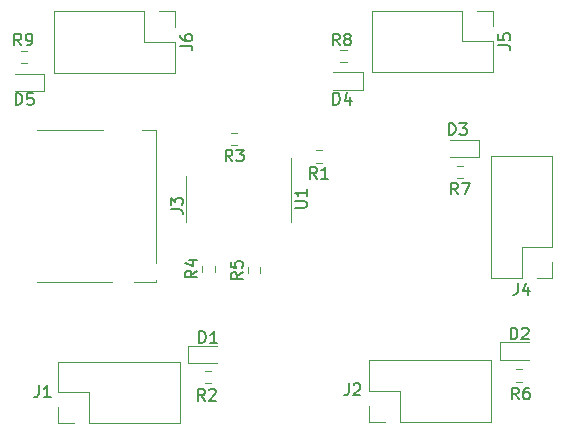
<source format=gbr>
%TF.GenerationSoftware,KiCad,Pcbnew,7.0.1-3b83917a11~172~ubuntu20.04.1*%
%TF.CreationDate,2023-08-11T21:00:57+02:00*%
%TF.ProjectId,PicoShield,5069636f-5368-4696-956c-642e6b696361,rev?*%
%TF.SameCoordinates,Original*%
%TF.FileFunction,Legend,Top*%
%TF.FilePolarity,Positive*%
%FSLAX46Y46*%
G04 Gerber Fmt 4.6, Leading zero omitted, Abs format (unit mm)*
G04 Created by KiCad (PCBNEW 7.0.1-3b83917a11~172~ubuntu20.04.1) date 2023-08-11 21:00:57*
%MOMM*%
%LPD*%
G01*
G04 APERTURE LIST*
%ADD10C,0.150000*%
%ADD11C,0.120000*%
G04 APERTURE END LIST*
D10*
%TO.C,R4*%
X148638619Y-56808666D02*
X148162428Y-57141999D01*
X148638619Y-57380094D02*
X147638619Y-57380094D01*
X147638619Y-57380094D02*
X147638619Y-56999142D01*
X147638619Y-56999142D02*
X147686238Y-56903904D01*
X147686238Y-56903904D02*
X147733857Y-56856285D01*
X147733857Y-56856285D02*
X147829095Y-56808666D01*
X147829095Y-56808666D02*
X147971952Y-56808666D01*
X147971952Y-56808666D02*
X148067190Y-56856285D01*
X148067190Y-56856285D02*
X148114809Y-56903904D01*
X148114809Y-56903904D02*
X148162428Y-56999142D01*
X148162428Y-56999142D02*
X148162428Y-57380094D01*
X147971952Y-55951523D02*
X148638619Y-55951523D01*
X147591000Y-56189618D02*
X148305285Y-56427713D01*
X148305285Y-56427713D02*
X148305285Y-55808666D01*
%TO.C,R7*%
X170722633Y-50355819D02*
X170389300Y-49879628D01*
X170151205Y-50355819D02*
X170151205Y-49355819D01*
X170151205Y-49355819D02*
X170532157Y-49355819D01*
X170532157Y-49355819D02*
X170627395Y-49403438D01*
X170627395Y-49403438D02*
X170675014Y-49451057D01*
X170675014Y-49451057D02*
X170722633Y-49546295D01*
X170722633Y-49546295D02*
X170722633Y-49689152D01*
X170722633Y-49689152D02*
X170675014Y-49784390D01*
X170675014Y-49784390D02*
X170627395Y-49832009D01*
X170627395Y-49832009D02*
X170532157Y-49879628D01*
X170532157Y-49879628D02*
X170151205Y-49879628D01*
X171055967Y-49355819D02*
X171722633Y-49355819D01*
X171722633Y-49355819D02*
X171294062Y-50355819D01*
%TO.C,J1*%
X135251866Y-66518619D02*
X135251866Y-67232904D01*
X135251866Y-67232904D02*
X135204247Y-67375761D01*
X135204247Y-67375761D02*
X135109009Y-67471000D01*
X135109009Y-67471000D02*
X134966152Y-67518619D01*
X134966152Y-67518619D02*
X134870914Y-67518619D01*
X136251866Y-67518619D02*
X135680438Y-67518619D01*
X135966152Y-67518619D02*
X135966152Y-66518619D01*
X135966152Y-66518619D02*
X135870914Y-66661476D01*
X135870914Y-66661476D02*
X135775676Y-66756714D01*
X135775676Y-66756714D02*
X135680438Y-66804333D01*
%TO.C,J5*%
X174157019Y-37722133D02*
X174871304Y-37722133D01*
X174871304Y-37722133D02*
X175014161Y-37769752D01*
X175014161Y-37769752D02*
X175109400Y-37864990D01*
X175109400Y-37864990D02*
X175157019Y-38007847D01*
X175157019Y-38007847D02*
X175157019Y-38103085D01*
X174157019Y-36769752D02*
X174157019Y-37245942D01*
X174157019Y-37245942D02*
X174633209Y-37293561D01*
X174633209Y-37293561D02*
X174585590Y-37245942D01*
X174585590Y-37245942D02*
X174537971Y-37150704D01*
X174537971Y-37150704D02*
X174537971Y-36912609D01*
X174537971Y-36912609D02*
X174585590Y-36817371D01*
X174585590Y-36817371D02*
X174633209Y-36769752D01*
X174633209Y-36769752D02*
X174728447Y-36722133D01*
X174728447Y-36722133D02*
X174966542Y-36722133D01*
X174966542Y-36722133D02*
X175061780Y-36769752D01*
X175061780Y-36769752D02*
X175109400Y-36817371D01*
X175109400Y-36817371D02*
X175157019Y-36912609D01*
X175157019Y-36912609D02*
X175157019Y-37150704D01*
X175157019Y-37150704D02*
X175109400Y-37245942D01*
X175109400Y-37245942D02*
X175061780Y-37293561D01*
%TO.C,J2*%
X161464666Y-66366219D02*
X161464666Y-67080504D01*
X161464666Y-67080504D02*
X161417047Y-67223361D01*
X161417047Y-67223361D02*
X161321809Y-67318600D01*
X161321809Y-67318600D02*
X161178952Y-67366219D01*
X161178952Y-67366219D02*
X161083714Y-67366219D01*
X161893238Y-66461457D02*
X161940857Y-66413838D01*
X161940857Y-66413838D02*
X162036095Y-66366219D01*
X162036095Y-66366219D02*
X162274190Y-66366219D01*
X162274190Y-66366219D02*
X162369428Y-66413838D01*
X162369428Y-66413838D02*
X162417047Y-66461457D01*
X162417047Y-66461457D02*
X162464666Y-66556695D01*
X162464666Y-66556695D02*
X162464666Y-66651933D01*
X162464666Y-66651933D02*
X162417047Y-66794790D01*
X162417047Y-66794790D02*
X161845619Y-67366219D01*
X161845619Y-67366219D02*
X162464666Y-67366219D01*
%TO.C,R3*%
X151623733Y-47561819D02*
X151290400Y-47085628D01*
X151052305Y-47561819D02*
X151052305Y-46561819D01*
X151052305Y-46561819D02*
X151433257Y-46561819D01*
X151433257Y-46561819D02*
X151528495Y-46609438D01*
X151528495Y-46609438D02*
X151576114Y-46657057D01*
X151576114Y-46657057D02*
X151623733Y-46752295D01*
X151623733Y-46752295D02*
X151623733Y-46895152D01*
X151623733Y-46895152D02*
X151576114Y-46990390D01*
X151576114Y-46990390D02*
X151528495Y-47038009D01*
X151528495Y-47038009D02*
X151433257Y-47085628D01*
X151433257Y-47085628D02*
X151052305Y-47085628D01*
X151957067Y-46561819D02*
X152576114Y-46561819D01*
X152576114Y-46561819D02*
X152242781Y-46942771D01*
X152242781Y-46942771D02*
X152385638Y-46942771D01*
X152385638Y-46942771D02*
X152480876Y-46990390D01*
X152480876Y-46990390D02*
X152528495Y-47038009D01*
X152528495Y-47038009D02*
X152576114Y-47133247D01*
X152576114Y-47133247D02*
X152576114Y-47371342D01*
X152576114Y-47371342D02*
X152528495Y-47466580D01*
X152528495Y-47466580D02*
X152480876Y-47514200D01*
X152480876Y-47514200D02*
X152385638Y-47561819D01*
X152385638Y-47561819D02*
X152099924Y-47561819D01*
X152099924Y-47561819D02*
X152004686Y-47514200D01*
X152004686Y-47514200D02*
X151957067Y-47466580D01*
%TO.C,R1*%
X158786533Y-49035019D02*
X158453200Y-48558828D01*
X158215105Y-49035019D02*
X158215105Y-48035019D01*
X158215105Y-48035019D02*
X158596057Y-48035019D01*
X158596057Y-48035019D02*
X158691295Y-48082638D01*
X158691295Y-48082638D02*
X158738914Y-48130257D01*
X158738914Y-48130257D02*
X158786533Y-48225495D01*
X158786533Y-48225495D02*
X158786533Y-48368352D01*
X158786533Y-48368352D02*
X158738914Y-48463590D01*
X158738914Y-48463590D02*
X158691295Y-48511209D01*
X158691295Y-48511209D02*
X158596057Y-48558828D01*
X158596057Y-48558828D02*
X158215105Y-48558828D01*
X159738914Y-49035019D02*
X159167486Y-49035019D01*
X159453200Y-49035019D02*
X159453200Y-48035019D01*
X159453200Y-48035019D02*
X159357962Y-48177876D01*
X159357962Y-48177876D02*
X159262724Y-48273114D01*
X159262724Y-48273114D02*
X159167486Y-48320733D01*
%TO.C,D5*%
X133272305Y-42786619D02*
X133272305Y-41786619D01*
X133272305Y-41786619D02*
X133510400Y-41786619D01*
X133510400Y-41786619D02*
X133653257Y-41834238D01*
X133653257Y-41834238D02*
X133748495Y-41929476D01*
X133748495Y-41929476D02*
X133796114Y-42024714D01*
X133796114Y-42024714D02*
X133843733Y-42215190D01*
X133843733Y-42215190D02*
X133843733Y-42358047D01*
X133843733Y-42358047D02*
X133796114Y-42548523D01*
X133796114Y-42548523D02*
X133748495Y-42643761D01*
X133748495Y-42643761D02*
X133653257Y-42739000D01*
X133653257Y-42739000D02*
X133510400Y-42786619D01*
X133510400Y-42786619D02*
X133272305Y-42786619D01*
X134748495Y-41786619D02*
X134272305Y-41786619D01*
X134272305Y-41786619D02*
X134224686Y-42262809D01*
X134224686Y-42262809D02*
X134272305Y-42215190D01*
X134272305Y-42215190D02*
X134367543Y-42167571D01*
X134367543Y-42167571D02*
X134605638Y-42167571D01*
X134605638Y-42167571D02*
X134700876Y-42215190D01*
X134700876Y-42215190D02*
X134748495Y-42262809D01*
X134748495Y-42262809D02*
X134796114Y-42358047D01*
X134796114Y-42358047D02*
X134796114Y-42596142D01*
X134796114Y-42596142D02*
X134748495Y-42691380D01*
X134748495Y-42691380D02*
X134700876Y-42739000D01*
X134700876Y-42739000D02*
X134605638Y-42786619D01*
X134605638Y-42786619D02*
X134367543Y-42786619D01*
X134367543Y-42786619D02*
X134272305Y-42739000D01*
X134272305Y-42739000D02*
X134224686Y-42691380D01*
%TO.C,U1*%
X156916019Y-51502904D02*
X157725542Y-51502904D01*
X157725542Y-51502904D02*
X157820780Y-51455285D01*
X157820780Y-51455285D02*
X157868400Y-51407666D01*
X157868400Y-51407666D02*
X157916019Y-51312428D01*
X157916019Y-51312428D02*
X157916019Y-51121952D01*
X157916019Y-51121952D02*
X157868400Y-51026714D01*
X157868400Y-51026714D02*
X157820780Y-50979095D01*
X157820780Y-50979095D02*
X157725542Y-50931476D01*
X157725542Y-50931476D02*
X156916019Y-50931476D01*
X157916019Y-49931476D02*
X157916019Y-50502904D01*
X157916019Y-50217190D02*
X156916019Y-50217190D01*
X156916019Y-50217190D02*
X157058876Y-50312428D01*
X157058876Y-50312428D02*
X157154114Y-50407666D01*
X157154114Y-50407666D02*
X157201733Y-50502904D01*
%TO.C,D4*%
X160170905Y-42753619D02*
X160170905Y-41753619D01*
X160170905Y-41753619D02*
X160409000Y-41753619D01*
X160409000Y-41753619D02*
X160551857Y-41801238D01*
X160551857Y-41801238D02*
X160647095Y-41896476D01*
X160647095Y-41896476D02*
X160694714Y-41991714D01*
X160694714Y-41991714D02*
X160742333Y-42182190D01*
X160742333Y-42182190D02*
X160742333Y-42325047D01*
X160742333Y-42325047D02*
X160694714Y-42515523D01*
X160694714Y-42515523D02*
X160647095Y-42610761D01*
X160647095Y-42610761D02*
X160551857Y-42706000D01*
X160551857Y-42706000D02*
X160409000Y-42753619D01*
X160409000Y-42753619D02*
X160170905Y-42753619D01*
X161599476Y-42086952D02*
X161599476Y-42753619D01*
X161361381Y-41706000D02*
X161123286Y-42420285D01*
X161123286Y-42420285D02*
X161742333Y-42420285D01*
%TO.C,J6*%
X147233019Y-37772933D02*
X147947304Y-37772933D01*
X147947304Y-37772933D02*
X148090161Y-37820552D01*
X148090161Y-37820552D02*
X148185400Y-37915790D01*
X148185400Y-37915790D02*
X148233019Y-38058647D01*
X148233019Y-38058647D02*
X148233019Y-38153885D01*
X147233019Y-36868171D02*
X147233019Y-37058647D01*
X147233019Y-37058647D02*
X147280638Y-37153885D01*
X147280638Y-37153885D02*
X147328257Y-37201504D01*
X147328257Y-37201504D02*
X147471114Y-37296742D01*
X147471114Y-37296742D02*
X147661590Y-37344361D01*
X147661590Y-37344361D02*
X148042542Y-37344361D01*
X148042542Y-37344361D02*
X148137780Y-37296742D01*
X148137780Y-37296742D02*
X148185400Y-37249123D01*
X148185400Y-37249123D02*
X148233019Y-37153885D01*
X148233019Y-37153885D02*
X148233019Y-36963409D01*
X148233019Y-36963409D02*
X148185400Y-36868171D01*
X148185400Y-36868171D02*
X148137780Y-36820552D01*
X148137780Y-36820552D02*
X148042542Y-36772933D01*
X148042542Y-36772933D02*
X147804447Y-36772933D01*
X147804447Y-36772933D02*
X147709209Y-36820552D01*
X147709209Y-36820552D02*
X147661590Y-36868171D01*
X147661590Y-36868171D02*
X147613971Y-36963409D01*
X147613971Y-36963409D02*
X147613971Y-37153885D01*
X147613971Y-37153885D02*
X147661590Y-37249123D01*
X147661590Y-37249123D02*
X147709209Y-37296742D01*
X147709209Y-37296742D02*
X147804447Y-37344361D01*
%TO.C,J4*%
X175790266Y-57875819D02*
X175790266Y-58590104D01*
X175790266Y-58590104D02*
X175742647Y-58732961D01*
X175742647Y-58732961D02*
X175647409Y-58828200D01*
X175647409Y-58828200D02*
X175504552Y-58875819D01*
X175504552Y-58875819D02*
X175409314Y-58875819D01*
X176695028Y-58209152D02*
X176695028Y-58875819D01*
X176456933Y-57828200D02*
X176218838Y-58542485D01*
X176218838Y-58542485D02*
X176837885Y-58542485D01*
%TO.C,D2*%
X175182305Y-62634219D02*
X175182305Y-61634219D01*
X175182305Y-61634219D02*
X175420400Y-61634219D01*
X175420400Y-61634219D02*
X175563257Y-61681838D01*
X175563257Y-61681838D02*
X175658495Y-61777076D01*
X175658495Y-61777076D02*
X175706114Y-61872314D01*
X175706114Y-61872314D02*
X175753733Y-62062790D01*
X175753733Y-62062790D02*
X175753733Y-62205647D01*
X175753733Y-62205647D02*
X175706114Y-62396123D01*
X175706114Y-62396123D02*
X175658495Y-62491361D01*
X175658495Y-62491361D02*
X175563257Y-62586600D01*
X175563257Y-62586600D02*
X175420400Y-62634219D01*
X175420400Y-62634219D02*
X175182305Y-62634219D01*
X176134686Y-61729457D02*
X176182305Y-61681838D01*
X176182305Y-61681838D02*
X176277543Y-61634219D01*
X176277543Y-61634219D02*
X176515638Y-61634219D01*
X176515638Y-61634219D02*
X176610876Y-61681838D01*
X176610876Y-61681838D02*
X176658495Y-61729457D01*
X176658495Y-61729457D02*
X176706114Y-61824695D01*
X176706114Y-61824695D02*
X176706114Y-61919933D01*
X176706114Y-61919933D02*
X176658495Y-62062790D01*
X176658495Y-62062790D02*
X176087067Y-62634219D01*
X176087067Y-62634219D02*
X176706114Y-62634219D01*
%TO.C,J3*%
X146424619Y-51630133D02*
X147138904Y-51630133D01*
X147138904Y-51630133D02*
X147281761Y-51677752D01*
X147281761Y-51677752D02*
X147377000Y-51772990D01*
X147377000Y-51772990D02*
X147424619Y-51915847D01*
X147424619Y-51915847D02*
X147424619Y-52011085D01*
X146424619Y-51249180D02*
X146424619Y-50630133D01*
X146424619Y-50630133D02*
X146805571Y-50963466D01*
X146805571Y-50963466D02*
X146805571Y-50820609D01*
X146805571Y-50820609D02*
X146853190Y-50725371D01*
X146853190Y-50725371D02*
X146900809Y-50677752D01*
X146900809Y-50677752D02*
X146996047Y-50630133D01*
X146996047Y-50630133D02*
X147234142Y-50630133D01*
X147234142Y-50630133D02*
X147329380Y-50677752D01*
X147329380Y-50677752D02*
X147377000Y-50725371D01*
X147377000Y-50725371D02*
X147424619Y-50820609D01*
X147424619Y-50820609D02*
X147424619Y-51106323D01*
X147424619Y-51106323D02*
X147377000Y-51201561D01*
X147377000Y-51201561D02*
X147329380Y-51249180D01*
%TO.C,R2*%
X149286933Y-67823419D02*
X148953600Y-67347228D01*
X148715505Y-67823419D02*
X148715505Y-66823419D01*
X148715505Y-66823419D02*
X149096457Y-66823419D01*
X149096457Y-66823419D02*
X149191695Y-66871038D01*
X149191695Y-66871038D02*
X149239314Y-66918657D01*
X149239314Y-66918657D02*
X149286933Y-67013895D01*
X149286933Y-67013895D02*
X149286933Y-67156752D01*
X149286933Y-67156752D02*
X149239314Y-67251990D01*
X149239314Y-67251990D02*
X149191695Y-67299609D01*
X149191695Y-67299609D02*
X149096457Y-67347228D01*
X149096457Y-67347228D02*
X148715505Y-67347228D01*
X149667886Y-66918657D02*
X149715505Y-66871038D01*
X149715505Y-66871038D02*
X149810743Y-66823419D01*
X149810743Y-66823419D02*
X150048838Y-66823419D01*
X150048838Y-66823419D02*
X150144076Y-66871038D01*
X150144076Y-66871038D02*
X150191695Y-66918657D01*
X150191695Y-66918657D02*
X150239314Y-67013895D01*
X150239314Y-67013895D02*
X150239314Y-67109133D01*
X150239314Y-67109133D02*
X150191695Y-67251990D01*
X150191695Y-67251990D02*
X149620267Y-67823419D01*
X149620267Y-67823419D02*
X150239314Y-67823419D01*
%TO.C,R6*%
X175855333Y-67721819D02*
X175522000Y-67245628D01*
X175283905Y-67721819D02*
X175283905Y-66721819D01*
X175283905Y-66721819D02*
X175664857Y-66721819D01*
X175664857Y-66721819D02*
X175760095Y-66769438D01*
X175760095Y-66769438D02*
X175807714Y-66817057D01*
X175807714Y-66817057D02*
X175855333Y-66912295D01*
X175855333Y-66912295D02*
X175855333Y-67055152D01*
X175855333Y-67055152D02*
X175807714Y-67150390D01*
X175807714Y-67150390D02*
X175760095Y-67198009D01*
X175760095Y-67198009D02*
X175664857Y-67245628D01*
X175664857Y-67245628D02*
X175283905Y-67245628D01*
X176712476Y-66721819D02*
X176522000Y-66721819D01*
X176522000Y-66721819D02*
X176426762Y-66769438D01*
X176426762Y-66769438D02*
X176379143Y-66817057D01*
X176379143Y-66817057D02*
X176283905Y-66959914D01*
X176283905Y-66959914D02*
X176236286Y-67150390D01*
X176236286Y-67150390D02*
X176236286Y-67531342D01*
X176236286Y-67531342D02*
X176283905Y-67626580D01*
X176283905Y-67626580D02*
X176331524Y-67674200D01*
X176331524Y-67674200D02*
X176426762Y-67721819D01*
X176426762Y-67721819D02*
X176617238Y-67721819D01*
X176617238Y-67721819D02*
X176712476Y-67674200D01*
X176712476Y-67674200D02*
X176760095Y-67626580D01*
X176760095Y-67626580D02*
X176807714Y-67531342D01*
X176807714Y-67531342D02*
X176807714Y-67293247D01*
X176807714Y-67293247D02*
X176760095Y-67198009D01*
X176760095Y-67198009D02*
X176712476Y-67150390D01*
X176712476Y-67150390D02*
X176617238Y-67102771D01*
X176617238Y-67102771D02*
X176426762Y-67102771D01*
X176426762Y-67102771D02*
X176331524Y-67150390D01*
X176331524Y-67150390D02*
X176283905Y-67198009D01*
X176283905Y-67198009D02*
X176236286Y-67293247D01*
%TO.C,D3*%
X169949905Y-45319019D02*
X169949905Y-44319019D01*
X169949905Y-44319019D02*
X170188000Y-44319019D01*
X170188000Y-44319019D02*
X170330857Y-44366638D01*
X170330857Y-44366638D02*
X170426095Y-44461876D01*
X170426095Y-44461876D02*
X170473714Y-44557114D01*
X170473714Y-44557114D02*
X170521333Y-44747590D01*
X170521333Y-44747590D02*
X170521333Y-44890447D01*
X170521333Y-44890447D02*
X170473714Y-45080923D01*
X170473714Y-45080923D02*
X170426095Y-45176161D01*
X170426095Y-45176161D02*
X170330857Y-45271400D01*
X170330857Y-45271400D02*
X170188000Y-45319019D01*
X170188000Y-45319019D02*
X169949905Y-45319019D01*
X170854667Y-44319019D02*
X171473714Y-44319019D01*
X171473714Y-44319019D02*
X171140381Y-44699971D01*
X171140381Y-44699971D02*
X171283238Y-44699971D01*
X171283238Y-44699971D02*
X171378476Y-44747590D01*
X171378476Y-44747590D02*
X171426095Y-44795209D01*
X171426095Y-44795209D02*
X171473714Y-44890447D01*
X171473714Y-44890447D02*
X171473714Y-45128542D01*
X171473714Y-45128542D02*
X171426095Y-45223780D01*
X171426095Y-45223780D02*
X171378476Y-45271400D01*
X171378476Y-45271400D02*
X171283238Y-45319019D01*
X171283238Y-45319019D02*
X170997524Y-45319019D01*
X170997524Y-45319019D02*
X170902286Y-45271400D01*
X170902286Y-45271400D02*
X170854667Y-45223780D01*
%TO.C,D1*%
X148817105Y-62939019D02*
X148817105Y-61939019D01*
X148817105Y-61939019D02*
X149055200Y-61939019D01*
X149055200Y-61939019D02*
X149198057Y-61986638D01*
X149198057Y-61986638D02*
X149293295Y-62081876D01*
X149293295Y-62081876D02*
X149340914Y-62177114D01*
X149340914Y-62177114D02*
X149388533Y-62367590D01*
X149388533Y-62367590D02*
X149388533Y-62510447D01*
X149388533Y-62510447D02*
X149340914Y-62700923D01*
X149340914Y-62700923D02*
X149293295Y-62796161D01*
X149293295Y-62796161D02*
X149198057Y-62891400D01*
X149198057Y-62891400D02*
X149055200Y-62939019D01*
X149055200Y-62939019D02*
X148817105Y-62939019D01*
X150340914Y-62939019D02*
X149769486Y-62939019D01*
X150055200Y-62939019D02*
X150055200Y-61939019D01*
X150055200Y-61939019D02*
X149959962Y-62081876D01*
X149959962Y-62081876D02*
X149864724Y-62177114D01*
X149864724Y-62177114D02*
X149769486Y-62224733D01*
%TO.C,R9*%
X133742133Y-37749819D02*
X133408800Y-37273628D01*
X133170705Y-37749819D02*
X133170705Y-36749819D01*
X133170705Y-36749819D02*
X133551657Y-36749819D01*
X133551657Y-36749819D02*
X133646895Y-36797438D01*
X133646895Y-36797438D02*
X133694514Y-36845057D01*
X133694514Y-36845057D02*
X133742133Y-36940295D01*
X133742133Y-36940295D02*
X133742133Y-37083152D01*
X133742133Y-37083152D02*
X133694514Y-37178390D01*
X133694514Y-37178390D02*
X133646895Y-37226009D01*
X133646895Y-37226009D02*
X133551657Y-37273628D01*
X133551657Y-37273628D02*
X133170705Y-37273628D01*
X134218324Y-37749819D02*
X134408800Y-37749819D01*
X134408800Y-37749819D02*
X134504038Y-37702200D01*
X134504038Y-37702200D02*
X134551657Y-37654580D01*
X134551657Y-37654580D02*
X134646895Y-37511723D01*
X134646895Y-37511723D02*
X134694514Y-37321247D01*
X134694514Y-37321247D02*
X134694514Y-36940295D01*
X134694514Y-36940295D02*
X134646895Y-36845057D01*
X134646895Y-36845057D02*
X134599276Y-36797438D01*
X134599276Y-36797438D02*
X134504038Y-36749819D01*
X134504038Y-36749819D02*
X134313562Y-36749819D01*
X134313562Y-36749819D02*
X134218324Y-36797438D01*
X134218324Y-36797438D02*
X134170705Y-36845057D01*
X134170705Y-36845057D02*
X134123086Y-36940295D01*
X134123086Y-36940295D02*
X134123086Y-37178390D01*
X134123086Y-37178390D02*
X134170705Y-37273628D01*
X134170705Y-37273628D02*
X134218324Y-37321247D01*
X134218324Y-37321247D02*
X134313562Y-37368866D01*
X134313562Y-37368866D02*
X134504038Y-37368866D01*
X134504038Y-37368866D02*
X134599276Y-37321247D01*
X134599276Y-37321247D02*
X134646895Y-37273628D01*
X134646895Y-37273628D02*
X134694514Y-37178390D01*
%TO.C,R8*%
X160716933Y-37749819D02*
X160383600Y-37273628D01*
X160145505Y-37749819D02*
X160145505Y-36749819D01*
X160145505Y-36749819D02*
X160526457Y-36749819D01*
X160526457Y-36749819D02*
X160621695Y-36797438D01*
X160621695Y-36797438D02*
X160669314Y-36845057D01*
X160669314Y-36845057D02*
X160716933Y-36940295D01*
X160716933Y-36940295D02*
X160716933Y-37083152D01*
X160716933Y-37083152D02*
X160669314Y-37178390D01*
X160669314Y-37178390D02*
X160621695Y-37226009D01*
X160621695Y-37226009D02*
X160526457Y-37273628D01*
X160526457Y-37273628D02*
X160145505Y-37273628D01*
X161288362Y-37178390D02*
X161193124Y-37130771D01*
X161193124Y-37130771D02*
X161145505Y-37083152D01*
X161145505Y-37083152D02*
X161097886Y-36987914D01*
X161097886Y-36987914D02*
X161097886Y-36940295D01*
X161097886Y-36940295D02*
X161145505Y-36845057D01*
X161145505Y-36845057D02*
X161193124Y-36797438D01*
X161193124Y-36797438D02*
X161288362Y-36749819D01*
X161288362Y-36749819D02*
X161478838Y-36749819D01*
X161478838Y-36749819D02*
X161574076Y-36797438D01*
X161574076Y-36797438D02*
X161621695Y-36845057D01*
X161621695Y-36845057D02*
X161669314Y-36940295D01*
X161669314Y-36940295D02*
X161669314Y-36987914D01*
X161669314Y-36987914D02*
X161621695Y-37083152D01*
X161621695Y-37083152D02*
X161574076Y-37130771D01*
X161574076Y-37130771D02*
X161478838Y-37178390D01*
X161478838Y-37178390D02*
X161288362Y-37178390D01*
X161288362Y-37178390D02*
X161193124Y-37226009D01*
X161193124Y-37226009D02*
X161145505Y-37273628D01*
X161145505Y-37273628D02*
X161097886Y-37368866D01*
X161097886Y-37368866D02*
X161097886Y-37559342D01*
X161097886Y-37559342D02*
X161145505Y-37654580D01*
X161145505Y-37654580D02*
X161193124Y-37702200D01*
X161193124Y-37702200D02*
X161288362Y-37749819D01*
X161288362Y-37749819D02*
X161478838Y-37749819D01*
X161478838Y-37749819D02*
X161574076Y-37702200D01*
X161574076Y-37702200D02*
X161621695Y-37654580D01*
X161621695Y-37654580D02*
X161669314Y-37559342D01*
X161669314Y-37559342D02*
X161669314Y-37368866D01*
X161669314Y-37368866D02*
X161621695Y-37273628D01*
X161621695Y-37273628D02*
X161574076Y-37226009D01*
X161574076Y-37226009D02*
X161478838Y-37178390D01*
%TO.C,R5*%
X152499419Y-56961066D02*
X152023228Y-57294399D01*
X152499419Y-57532494D02*
X151499419Y-57532494D01*
X151499419Y-57532494D02*
X151499419Y-57151542D01*
X151499419Y-57151542D02*
X151547038Y-57056304D01*
X151547038Y-57056304D02*
X151594657Y-57008685D01*
X151594657Y-57008685D02*
X151689895Y-56961066D01*
X151689895Y-56961066D02*
X151832752Y-56961066D01*
X151832752Y-56961066D02*
X151927990Y-57008685D01*
X151927990Y-57008685D02*
X151975609Y-57056304D01*
X151975609Y-57056304D02*
X152023228Y-57151542D01*
X152023228Y-57151542D02*
X152023228Y-57532494D01*
X151499419Y-56056304D02*
X151499419Y-56532494D01*
X151499419Y-56532494D02*
X151975609Y-56580113D01*
X151975609Y-56580113D02*
X151927990Y-56532494D01*
X151927990Y-56532494D02*
X151880371Y-56437256D01*
X151880371Y-56437256D02*
X151880371Y-56199161D01*
X151880371Y-56199161D02*
X151927990Y-56103923D01*
X151927990Y-56103923D02*
X151975609Y-56056304D01*
X151975609Y-56056304D02*
X152070847Y-56008685D01*
X152070847Y-56008685D02*
X152308942Y-56008685D01*
X152308942Y-56008685D02*
X152404180Y-56056304D01*
X152404180Y-56056304D02*
X152451800Y-56103923D01*
X152451800Y-56103923D02*
X152499419Y-56199161D01*
X152499419Y-56199161D02*
X152499419Y-56437256D01*
X152499419Y-56437256D02*
X152451800Y-56532494D01*
X152451800Y-56532494D02*
X152404180Y-56580113D01*
D11*
%TO.C,R4*%
X149083500Y-56896724D02*
X149083500Y-56387276D01*
X150128500Y-56896724D02*
X150128500Y-56387276D01*
%TO.C,R7*%
X171144024Y-48985700D02*
X170634576Y-48985700D01*
X171144024Y-47940700D02*
X170634576Y-47940700D01*
%TO.C,J1*%
X136896800Y-69706800D02*
X136896800Y-68376800D01*
X138226800Y-69706800D02*
X136896800Y-69706800D01*
X139496800Y-69706800D02*
X147176800Y-69706800D01*
X139496800Y-69706800D02*
X139496800Y-67106800D01*
X147176800Y-69706800D02*
X147176800Y-64506800D01*
X136896800Y-67106800D02*
X136896800Y-64506800D01*
X139496800Y-67106800D02*
X136896800Y-67106800D01*
X136896800Y-64506800D02*
X147176800Y-64506800D01*
%TO.C,J5*%
X173694400Y-34788800D02*
X173694400Y-36118800D01*
X172364400Y-34788800D02*
X173694400Y-34788800D01*
X171094400Y-34788800D02*
X163414400Y-34788800D01*
X171094400Y-34788800D02*
X171094400Y-37388800D01*
X163414400Y-34788800D02*
X163414400Y-39988800D01*
X173694400Y-37388800D02*
X173694400Y-39988800D01*
X171094400Y-37388800D02*
X173694400Y-37388800D01*
X173694400Y-39988800D02*
X163414400Y-39988800D01*
%TO.C,J2*%
X163211200Y-69605200D02*
X163211200Y-68275200D01*
X164541200Y-69605200D02*
X163211200Y-69605200D01*
X165811200Y-69605200D02*
X173491200Y-69605200D01*
X165811200Y-69605200D02*
X165811200Y-67005200D01*
X173491200Y-69605200D02*
X173491200Y-64405200D01*
X163211200Y-67005200D02*
X163211200Y-64405200D01*
X165811200Y-67005200D02*
X163211200Y-67005200D01*
X163211200Y-64405200D02*
X173491200Y-64405200D01*
%TO.C,R3*%
X152045124Y-46191700D02*
X151535676Y-46191700D01*
X152045124Y-45146700D02*
X151535676Y-45146700D01*
%TO.C,R1*%
X159207924Y-47664900D02*
X158698476Y-47664900D01*
X159207924Y-46619900D02*
X158698476Y-46619900D01*
%TO.C,D5*%
X135670400Y-41629000D02*
X135670400Y-40159000D01*
X135670400Y-40159000D02*
X133210400Y-40159000D01*
X133210400Y-41629000D02*
X135670400Y-41629000D01*
%TO.C,U1*%
X156608400Y-50741000D02*
X156608400Y-47291000D01*
X156608400Y-50741000D02*
X156608400Y-52691000D01*
X147738400Y-50741000D02*
X147738400Y-48791000D01*
X147738400Y-50741000D02*
X147738400Y-52691000D01*
%TO.C,D4*%
X162645200Y-41476600D02*
X162645200Y-40006600D01*
X162645200Y-40006600D02*
X160185200Y-40006600D01*
X160185200Y-41476600D02*
X162645200Y-41476600D01*
%TO.C,J6*%
X146770400Y-34839600D02*
X146770400Y-36169600D01*
X145440400Y-34839600D02*
X146770400Y-34839600D01*
X144170400Y-34839600D02*
X136490400Y-34839600D01*
X144170400Y-34839600D02*
X144170400Y-37439600D01*
X136490400Y-34839600D02*
X136490400Y-40039600D01*
X146770400Y-37439600D02*
X146770400Y-40039600D01*
X144170400Y-37439600D02*
X146770400Y-37439600D01*
X146770400Y-40039600D02*
X136490400Y-40039600D01*
%TO.C,J4*%
X178723600Y-57413200D02*
X177393600Y-57413200D01*
X178723600Y-56083200D02*
X178723600Y-57413200D01*
X178723600Y-54813200D02*
X178723600Y-47133200D01*
X178723600Y-54813200D02*
X176123600Y-54813200D01*
X178723600Y-47133200D02*
X173523600Y-47133200D01*
X176123600Y-57413200D02*
X173523600Y-57413200D01*
X176123600Y-54813200D02*
X176123600Y-57413200D01*
X173523600Y-57413200D02*
X173523600Y-47133200D01*
%TO.C,D2*%
X174260400Y-62866600D02*
X174260400Y-64336600D01*
X174260400Y-64336600D02*
X176720400Y-64336600D01*
X176720400Y-62866600D02*
X174260400Y-62866600D01*
%TO.C,J3*%
X145122000Y-44886800D02*
X145122000Y-56146800D01*
X143962000Y-44886800D02*
X145122000Y-44886800D01*
X140712000Y-44886800D02*
X135112000Y-44886800D01*
X145122000Y-57646800D02*
X145122000Y-57756800D01*
X145122000Y-57756800D02*
X143312000Y-57756800D01*
X141412000Y-57756800D02*
X135112000Y-57756800D01*
%TO.C,R2*%
X149300476Y-65314300D02*
X149809924Y-65314300D01*
X149300476Y-66359300D02*
X149809924Y-66359300D01*
%TO.C,R6*%
X175614876Y-65161900D02*
X176124324Y-65161900D01*
X175614876Y-66206900D02*
X176124324Y-66206900D01*
%TO.C,D3*%
X172500400Y-47217000D02*
X172500400Y-45747000D01*
X172500400Y-45747000D02*
X170040400Y-45747000D01*
X170040400Y-47217000D02*
X172500400Y-47217000D01*
%TO.C,D1*%
X147895200Y-63171400D02*
X147895200Y-64641400D01*
X147895200Y-64641400D02*
X150355200Y-64641400D01*
X150355200Y-63171400D02*
X147895200Y-63171400D01*
%TO.C,R9*%
X134265124Y-39232100D02*
X133755676Y-39232100D01*
X134265124Y-38187100D02*
X133755676Y-38187100D01*
%TO.C,R8*%
X161290724Y-39181300D02*
X160781276Y-39181300D01*
X161290724Y-38136300D02*
X160781276Y-38136300D01*
%TO.C,R5*%
X152944300Y-57049124D02*
X152944300Y-56539676D01*
X153989300Y-57049124D02*
X153989300Y-56539676D01*
%TD*%
M02*

</source>
